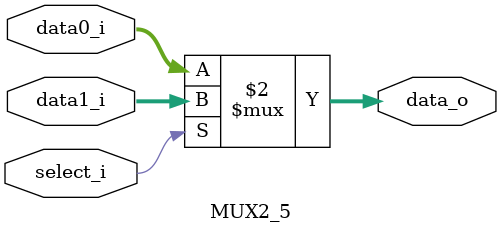
<source format=v>
module MUX2_5
(
	data0_i,
	data1_i,
	select_i,
	data_o
);

input	[4:0]	data0_i;
input	[4:0]	data1_i;
input		select_i;
output	[4:0]	data_o;

assign data_o = (select_i==1'b1) ? data1_i : data0_i;

endmodule
</source>
